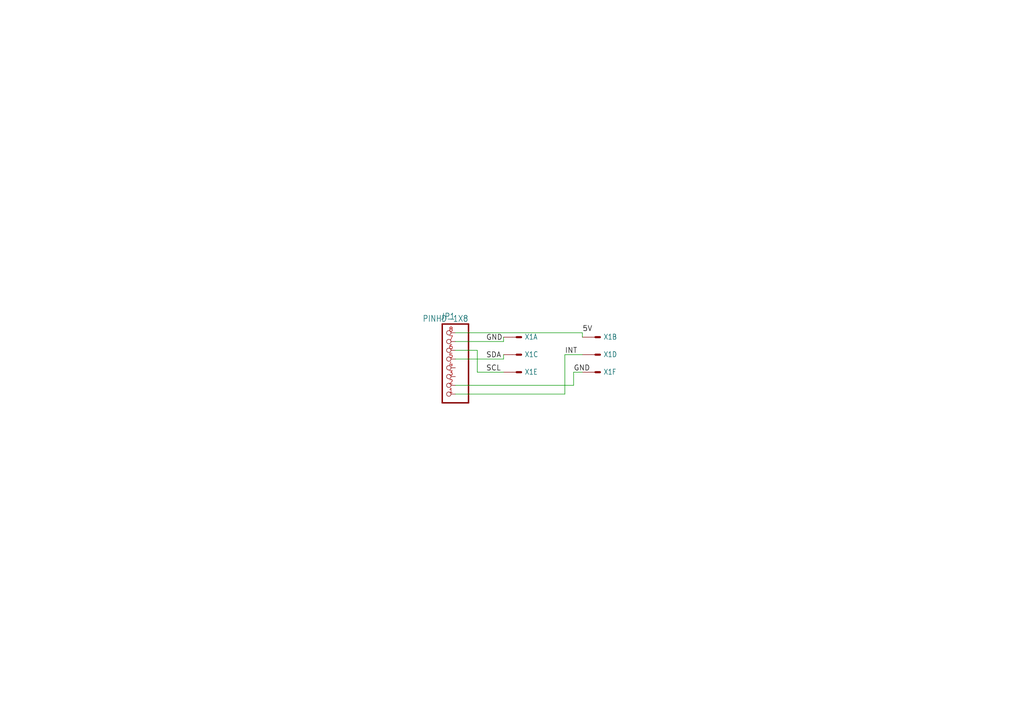
<source format=kicad_sch>
(kicad_sch (version 20210621) (generator eeschema)
  (paper "A4")
  (lib_symbols
    (symbol "MPU_2020-eagle-import:057-006-1"
      (property "Reference" "X" (at 1.016 -0.762 0))
      (symbol "057-006-1_1_0"
        (polyline (pts (xy -2.54 0) (xy -1.27 0)) (stroke (width 0.1524)))
        (polyline (pts (xy 0 0) (xy -1.27 0)) (stroke (width 0.6096)))
        (pin passive line (at -5.08 0 0) (length 2.54) (name "S") (number "1"))
      )
      (symbol "057-006-1_2_0"
        (polyline (pts (xy -2.54 0) (xy -1.27 0)) (stroke (width 0.1524)))
        (polyline (pts (xy 0 0) (xy -1.27 0)) (stroke (width 0.6096)))
        (pin passive line (at -5.08 0 0) (length 2.54) (name "S") (number "2"))
      )
      (symbol "057-006-1_3_0"
        (polyline (pts (xy -2.54 0) (xy -1.27 0)) (stroke (width 0.1524)))
        (polyline (pts (xy 0 0) (xy -1.27 0)) (stroke (width 0.6096)))
        (pin passive line (at -5.08 0 0) (length 2.54) (name "S") (number "3"))
      )
      (symbol "057-006-1_4_0"
        (polyline (pts (xy -2.54 0) (xy -1.27 0)) (stroke (width 0.1524)))
        (polyline (pts (xy 0 0) (xy -1.27 0)) (stroke (width 0.6096)))
        (pin passive line (at -5.08 0 0) (length 2.54) (name "S") (number "4"))
      )
      (symbol "057-006-1_5_0"
        (polyline (pts (xy -2.54 0) (xy -1.27 0)) (stroke (width 0.1524)))
        (polyline (pts (xy 0 0) (xy -1.27 0)) (stroke (width 0.6096)))
        (pin passive line (at -5.08 0 0) (length 2.54) (name "S") (number "5"))
      )
      (symbol "057-006-1_6_0"
        (polyline (pts (xy -2.54 0) (xy -1.27 0)) (stroke (width 0.1524)))
        (polyline (pts (xy 0 0) (xy -1.27 0)) (stroke (width 0.6096)))
        (pin passive line (at -5.08 0 0) (length 2.54) (name "S") (number "6"))
      )
    )
    (symbol "MPU_2020-eagle-import:PINHD-1X8"
      (property "Reference" "JP" (at -6.35 13.335 0))
      (property "Value" "PINHD-1X8" (at -6.35 -12.7 0))
      (symbol "PINHD-1X8_1_0"
        (polyline (pts (xy -6.35 -10.16) (xy 1.27 -10.16)) (stroke (width 0.4064)))
        (polyline (pts (xy -6.35 12.7) (xy -6.35 -10.16)) (stroke (width 0.4064)))
        (polyline (pts (xy 1.27 -10.16) (xy 1.27 12.7)) (stroke (width 0.4064)))
        (polyline (pts (xy 1.27 12.7) (xy -6.35 12.7)) (stroke (width 0.4064)))
        (pin passive inverted (at -2.54 10.16 0) (length 2.54) (name "1") (number "1"))
        (pin passive inverted (at -2.54 7.62 0) (length 2.54) (name "2") (number "2"))
        (pin passive inverted (at -2.54 5.08 0) (length 2.54) (name "3") (number "3"))
        (pin passive inverted (at -2.54 2.54 0) (length 2.54) (name "4") (number "4"))
        (pin passive inverted (at -2.54 0 0) (length 2.54) (name "5") (number "5"))
        (pin passive inverted (at -2.54 -2.54 0) (length 2.54) (name "6") (number "6"))
        (pin passive inverted (at -2.54 -5.08 0) (length 2.54) (name "7") (number "7"))
        (pin passive inverted (at -2.54 -7.62 0) (length 2.54) (name "8") (number "8"))
      )
    )
  )
  (wire (pts (xy 132.08 96.52) (xy 168.91 96.52)))
  (wire (pts (xy 132.08 99.06) (xy 146.05 99.06)))
  (wire (pts (xy 132.08 101.6) (xy 138.43 101.6)))
  (wire (pts (xy 132.08 104.14) (xy 146.05 104.14)))
  (wire (pts (xy 132.08 111.76) (xy 166.37 111.76)))
  (wire (pts (xy 132.08 114.3) (xy 163.83 114.3)))
  (wire (pts (xy 138.43 101.6) (xy 138.43 107.95)))
  (wire (pts (xy 138.43 107.95) (xy 146.05 107.95)))
  (wire (pts (xy 146.05 99.06) (xy 146.05 97.79)))
  (wire (pts (xy 146.05 104.14) (xy 146.05 102.87)))
  (wire (pts (xy 163.83 102.87) (xy 168.91 102.87)))
  (wire (pts (xy 163.83 114.3) (xy 163.83 102.87)))
  (wire (pts (xy 166.37 107.95) (xy 168.91 107.95)))
  (wire (pts (xy 166.37 111.76) (xy 166.37 107.95)))
  (wire (pts (xy 168.91 97.79) (xy 168.91 96.52)))
  (label "GND" (at 140.97 99.06 0) (effects (font (size 1.5113 1.5113))))
  (label "SDA" (at 140.97 104.14 0) (effects (font (size 1.5113 1.5113))))
  (label "SCL" (at 140.97 107.95 0) (effects (font (size 1.5113 1.5113))))
  (label "INT" (at 163.83 102.87 0) (effects (font (size 1.5113 1.5113))))
  (label "GND" (at 166.37 107.95 0) (effects (font (size 1.5113 1.5113))))
  (label "5V" (at 168.91 96.52 0) (effects (font (size 1.5113 1.5113))))
  (symbol (lib_id "MPU_2020-eagle-import:057-006-1") (at 151.13 97.79 0)
    (property "Reference" "X1" (at 152.146 98.552 0) (effects (font (size 1.524 1.2954)) (justify left bottom)))
    (property "Value" "057-006-1" (effects hide))
    (property "Footprint" "057-006-1" (effects hide))
  )
  (symbol (lib_id "MPU_2020-eagle-import:057-006-1") (at 151.13 102.87 0)
    (property "Reference" "X1" (at 152.146 103.632 0) (effects (font (size 1.524 1.2954)) (justify left bottom)))
    (property "Value" "057-006-1" (effects hide))
    (property "Footprint" "057-006-1" (effects hide))
  )
  (symbol (lib_id "MPU_2020-eagle-import:057-006-1") (at 151.13 107.95 0)
    (property "Reference" "X1" (at 152.146 108.712 0) (effects (font (size 1.524 1.2954)) (justify left bottom)))
    (property "Value" "057-006-1" (effects hide))
    (property "Footprint" "057-006-1" (effects hide))
  )
  (symbol (lib_id "MPU_2020-eagle-import:057-006-1") (at 173.99 97.79 0)
    (property "Reference" "X1" (at 175.006 98.552 0) (effects (font (size 1.524 1.2954)) (justify left bottom)))
    (property "Value" "057-006-1" (effects hide))
    (property "Footprint" "057-006-1" (effects hide))
  )
  (symbol (lib_id "MPU_2020-eagle-import:057-006-1") (at 173.99 102.87 0)
    (property "Reference" "X1" (at 175.006 103.632 0) (effects (font (size 1.524 1.2954)) (justify left bottom)))
    (property "Value" "057-006-1" (effects hide))
    (property "Footprint" "057-006-1" (effects hide))
  )
  (symbol (lib_id "MPU_2020-eagle-import:057-006-1") (at 173.99 107.95 0)
    (property "Reference" "X1" (at 175.006 108.712 0) (effects (font (size 1.524 1.2954)) (justify left bottom)))
    (property "Value" "057-006-1" (effects hide))
    (property "Footprint" "057-006-1" (effects hide))
  )
  (symbol (lib_id "MPU_2020-eagle-import:PINHD-1X8") (at 129.54 104.14 180)
    (property "Reference" "JP1" (at 132.08 90.805 0) (effects (font (size 1.778 1.5113)) (justify left bottom)))
    (property "Value" "PINHD-1X8" (at 135.89 91.44 0) (effects (font (size 1.778 1.5113)) (justify left bottom)))
    (property "Footprint" "1X08" (effects hide))
  )
)
</source>
